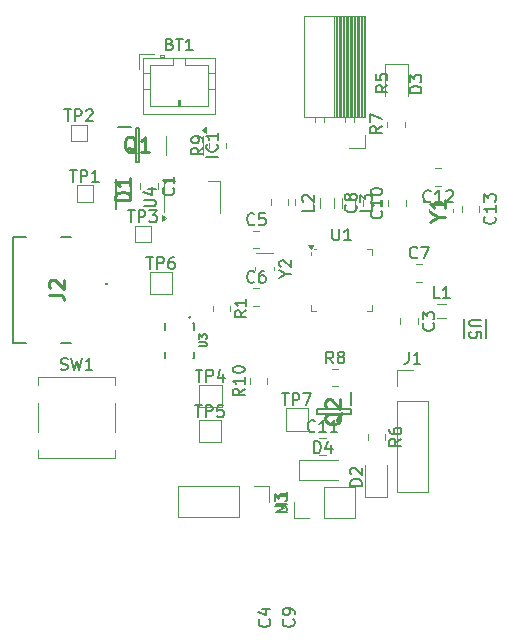
<source format=gbr>
%TF.GenerationSoftware,KiCad,Pcbnew,8.0.3*%
%TF.CreationDate,2025-03-04T10:01:38-06:00*%
%TF.ProjectId,wearable_v2_nrf,77656172-6162-46c6-955f-76325f6e7266,rev?*%
%TF.SameCoordinates,Original*%
%TF.FileFunction,Legend,Top*%
%TF.FilePolarity,Positive*%
%FSLAX46Y46*%
G04 Gerber Fmt 4.6, Leading zero omitted, Abs format (unit mm)*
G04 Created by KiCad (PCBNEW 8.0.3) date 2025-03-04 10:01:38*
%MOMM*%
%LPD*%
G01*
G04 APERTURE LIST*
%ADD10C,0.150000*%
%ADD11C,0.254000*%
%ADD12C,0.120000*%
%ADD13C,0.200000*%
%ADD14C,0.100000*%
%ADD15C,0.127000*%
%ADD16C,0.152400*%
G04 APERTURE END LIST*
D10*
X122489580Y-62217857D02*
X122537200Y-62265476D01*
X122537200Y-62265476D02*
X122584819Y-62408333D01*
X122584819Y-62408333D02*
X122584819Y-62503571D01*
X122584819Y-62503571D02*
X122537200Y-62646428D01*
X122537200Y-62646428D02*
X122441961Y-62741666D01*
X122441961Y-62741666D02*
X122346723Y-62789285D01*
X122346723Y-62789285D02*
X122156247Y-62836904D01*
X122156247Y-62836904D02*
X122013390Y-62836904D01*
X122013390Y-62836904D02*
X121822914Y-62789285D01*
X121822914Y-62789285D02*
X121727676Y-62741666D01*
X121727676Y-62741666D02*
X121632438Y-62646428D01*
X121632438Y-62646428D02*
X121584819Y-62503571D01*
X121584819Y-62503571D02*
X121584819Y-62408333D01*
X121584819Y-62408333D02*
X121632438Y-62265476D01*
X121632438Y-62265476D02*
X121680057Y-62217857D01*
X122584819Y-61265476D02*
X122584819Y-61836904D01*
X122584819Y-61551190D02*
X121584819Y-61551190D01*
X121584819Y-61551190D02*
X121727676Y-61646428D01*
X121727676Y-61646428D02*
X121822914Y-61741666D01*
X121822914Y-61741666D02*
X121870533Y-61836904D01*
X121584819Y-60932142D02*
X121584819Y-60313095D01*
X121584819Y-60313095D02*
X121965771Y-60646428D01*
X121965771Y-60646428D02*
X121965771Y-60503571D01*
X121965771Y-60503571D02*
X122013390Y-60408333D01*
X122013390Y-60408333D02*
X122061009Y-60360714D01*
X122061009Y-60360714D02*
X122156247Y-60313095D01*
X122156247Y-60313095D02*
X122394342Y-60313095D01*
X122394342Y-60313095D02*
X122489580Y-60360714D01*
X122489580Y-60360714D02*
X122537200Y-60408333D01*
X122537200Y-60408333D02*
X122584819Y-60503571D01*
X122584819Y-60503571D02*
X122584819Y-60789285D01*
X122584819Y-60789285D02*
X122537200Y-60884523D01*
X122537200Y-60884523D02*
X122489580Y-60932142D01*
X113424819Y-51061666D02*
X112948628Y-51394999D01*
X113424819Y-51633094D02*
X112424819Y-51633094D01*
X112424819Y-51633094D02*
X112424819Y-51252142D01*
X112424819Y-51252142D02*
X112472438Y-51156904D01*
X112472438Y-51156904D02*
X112520057Y-51109285D01*
X112520057Y-51109285D02*
X112615295Y-51061666D01*
X112615295Y-51061666D02*
X112758152Y-51061666D01*
X112758152Y-51061666D02*
X112853390Y-51109285D01*
X112853390Y-51109285D02*
X112901009Y-51156904D01*
X112901009Y-51156904D02*
X112948628Y-51252142D01*
X112948628Y-51252142D02*
X112948628Y-51633094D01*
X112424819Y-50156904D02*
X112424819Y-50633094D01*
X112424819Y-50633094D02*
X112901009Y-50680713D01*
X112901009Y-50680713D02*
X112853390Y-50633094D01*
X112853390Y-50633094D02*
X112805771Y-50537856D01*
X112805771Y-50537856D02*
X112805771Y-50299761D01*
X112805771Y-50299761D02*
X112853390Y-50204523D01*
X112853390Y-50204523D02*
X112901009Y-50156904D01*
X112901009Y-50156904D02*
X112996247Y-50109285D01*
X112996247Y-50109285D02*
X113234342Y-50109285D01*
X113234342Y-50109285D02*
X113329580Y-50156904D01*
X113329580Y-50156904D02*
X113377200Y-50204523D01*
X113377200Y-50204523D02*
X113424819Y-50299761D01*
X113424819Y-50299761D02*
X113424819Y-50537856D01*
X113424819Y-50537856D02*
X113377200Y-50633094D01*
X113377200Y-50633094D02*
X113329580Y-50680713D01*
X94989285Y-47606009D02*
X95132142Y-47653628D01*
X95132142Y-47653628D02*
X95179761Y-47701247D01*
X95179761Y-47701247D02*
X95227380Y-47796485D01*
X95227380Y-47796485D02*
X95227380Y-47939342D01*
X95227380Y-47939342D02*
X95179761Y-48034580D01*
X95179761Y-48034580D02*
X95132142Y-48082200D01*
X95132142Y-48082200D02*
X95036904Y-48129819D01*
X95036904Y-48129819D02*
X94655952Y-48129819D01*
X94655952Y-48129819D02*
X94655952Y-47129819D01*
X94655952Y-47129819D02*
X94989285Y-47129819D01*
X94989285Y-47129819D02*
X95084523Y-47177438D01*
X95084523Y-47177438D02*
X95132142Y-47225057D01*
X95132142Y-47225057D02*
X95179761Y-47320295D01*
X95179761Y-47320295D02*
X95179761Y-47415533D01*
X95179761Y-47415533D02*
X95132142Y-47510771D01*
X95132142Y-47510771D02*
X95084523Y-47558390D01*
X95084523Y-47558390D02*
X94989285Y-47606009D01*
X94989285Y-47606009D02*
X94655952Y-47606009D01*
X95513095Y-47129819D02*
X96084523Y-47129819D01*
X95798809Y-48129819D02*
X95798809Y-47129819D01*
X96941666Y-48129819D02*
X96370238Y-48129819D01*
X96655952Y-48129819D02*
X96655952Y-47129819D01*
X96655952Y-47129819D02*
X96560714Y-47272676D01*
X96560714Y-47272676D02*
X96465476Y-47367914D01*
X96465476Y-47367914D02*
X96370238Y-47415533D01*
X110729580Y-61216666D02*
X110777200Y-61264285D01*
X110777200Y-61264285D02*
X110824819Y-61407142D01*
X110824819Y-61407142D02*
X110824819Y-61502380D01*
X110824819Y-61502380D02*
X110777200Y-61645237D01*
X110777200Y-61645237D02*
X110681961Y-61740475D01*
X110681961Y-61740475D02*
X110586723Y-61788094D01*
X110586723Y-61788094D02*
X110396247Y-61835713D01*
X110396247Y-61835713D02*
X110253390Y-61835713D01*
X110253390Y-61835713D02*
X110062914Y-61788094D01*
X110062914Y-61788094D02*
X109967676Y-61740475D01*
X109967676Y-61740475D02*
X109872438Y-61645237D01*
X109872438Y-61645237D02*
X109824819Y-61502380D01*
X109824819Y-61502380D02*
X109824819Y-61407142D01*
X109824819Y-61407142D02*
X109872438Y-61264285D01*
X109872438Y-61264285D02*
X109920057Y-61216666D01*
X110253390Y-60645237D02*
X110205771Y-60740475D01*
X110205771Y-60740475D02*
X110158152Y-60788094D01*
X110158152Y-60788094D02*
X110062914Y-60835713D01*
X110062914Y-60835713D02*
X110015295Y-60835713D01*
X110015295Y-60835713D02*
X109920057Y-60788094D01*
X109920057Y-60788094D02*
X109872438Y-60740475D01*
X109872438Y-60740475D02*
X109824819Y-60645237D01*
X109824819Y-60645237D02*
X109824819Y-60454761D01*
X109824819Y-60454761D02*
X109872438Y-60359523D01*
X109872438Y-60359523D02*
X109920057Y-60311904D01*
X109920057Y-60311904D02*
X110015295Y-60264285D01*
X110015295Y-60264285D02*
X110062914Y-60264285D01*
X110062914Y-60264285D02*
X110158152Y-60311904D01*
X110158152Y-60311904D02*
X110205771Y-60359523D01*
X110205771Y-60359523D02*
X110253390Y-60454761D01*
X110253390Y-60454761D02*
X110253390Y-60645237D01*
X110253390Y-60645237D02*
X110301009Y-60740475D01*
X110301009Y-60740475D02*
X110348628Y-60788094D01*
X110348628Y-60788094D02*
X110443866Y-60835713D01*
X110443866Y-60835713D02*
X110634342Y-60835713D01*
X110634342Y-60835713D02*
X110729580Y-60788094D01*
X110729580Y-60788094D02*
X110777200Y-60740475D01*
X110777200Y-60740475D02*
X110824819Y-60645237D01*
X110824819Y-60645237D02*
X110824819Y-60454761D01*
X110824819Y-60454761D02*
X110777200Y-60359523D01*
X110777200Y-60359523D02*
X110729580Y-60311904D01*
X110729580Y-60311904D02*
X110634342Y-60264285D01*
X110634342Y-60264285D02*
X110443866Y-60264285D01*
X110443866Y-60264285D02*
X110348628Y-60311904D01*
X110348628Y-60311904D02*
X110301009Y-60359523D01*
X110301009Y-60359523D02*
X110253390Y-60454761D01*
X85766667Y-75132200D02*
X85909524Y-75179819D01*
X85909524Y-75179819D02*
X86147619Y-75179819D01*
X86147619Y-75179819D02*
X86242857Y-75132200D01*
X86242857Y-75132200D02*
X86290476Y-75084580D01*
X86290476Y-75084580D02*
X86338095Y-74989342D01*
X86338095Y-74989342D02*
X86338095Y-74894104D01*
X86338095Y-74894104D02*
X86290476Y-74798866D01*
X86290476Y-74798866D02*
X86242857Y-74751247D01*
X86242857Y-74751247D02*
X86147619Y-74703628D01*
X86147619Y-74703628D02*
X85957143Y-74656009D01*
X85957143Y-74656009D02*
X85861905Y-74608390D01*
X85861905Y-74608390D02*
X85814286Y-74560771D01*
X85814286Y-74560771D02*
X85766667Y-74465533D01*
X85766667Y-74465533D02*
X85766667Y-74370295D01*
X85766667Y-74370295D02*
X85814286Y-74275057D01*
X85814286Y-74275057D02*
X85861905Y-74227438D01*
X85861905Y-74227438D02*
X85957143Y-74179819D01*
X85957143Y-74179819D02*
X86195238Y-74179819D01*
X86195238Y-74179819D02*
X86338095Y-74227438D01*
X86671429Y-74179819D02*
X86909524Y-75179819D01*
X86909524Y-75179819D02*
X87100000Y-74465533D01*
X87100000Y-74465533D02*
X87290476Y-75179819D01*
X87290476Y-75179819D02*
X87528572Y-74179819D01*
X88433333Y-75179819D02*
X87861905Y-75179819D01*
X88147619Y-75179819D02*
X88147619Y-74179819D01*
X88147619Y-74179819D02*
X88052381Y-74322676D01*
X88052381Y-74322676D02*
X87957143Y-74417914D01*
X87957143Y-74417914D02*
X87861905Y-74465533D01*
X107204819Y-61216666D02*
X107204819Y-61692856D01*
X107204819Y-61692856D02*
X106204819Y-61692856D01*
X106300057Y-60930951D02*
X106252438Y-60883332D01*
X106252438Y-60883332D02*
X106204819Y-60788094D01*
X106204819Y-60788094D02*
X106204819Y-60549999D01*
X106204819Y-60549999D02*
X106252438Y-60454761D01*
X106252438Y-60454761D02*
X106300057Y-60407142D01*
X106300057Y-60407142D02*
X106395295Y-60359523D01*
X106395295Y-60359523D02*
X106490533Y-60359523D01*
X106490533Y-60359523D02*
X106633390Y-60407142D01*
X106633390Y-60407142D02*
X107204819Y-60978570D01*
X107204819Y-60978570D02*
X107204819Y-60359523D01*
X108833333Y-74629819D02*
X108500000Y-74153628D01*
X108261905Y-74629819D02*
X108261905Y-73629819D01*
X108261905Y-73629819D02*
X108642857Y-73629819D01*
X108642857Y-73629819D02*
X108738095Y-73677438D01*
X108738095Y-73677438D02*
X108785714Y-73725057D01*
X108785714Y-73725057D02*
X108833333Y-73820295D01*
X108833333Y-73820295D02*
X108833333Y-73963152D01*
X108833333Y-73963152D02*
X108785714Y-74058390D01*
X108785714Y-74058390D02*
X108738095Y-74106009D01*
X108738095Y-74106009D02*
X108642857Y-74153628D01*
X108642857Y-74153628D02*
X108261905Y-74153628D01*
X109404762Y-74058390D02*
X109309524Y-74010771D01*
X109309524Y-74010771D02*
X109261905Y-73963152D01*
X109261905Y-73963152D02*
X109214286Y-73867914D01*
X109214286Y-73867914D02*
X109214286Y-73820295D01*
X109214286Y-73820295D02*
X109261905Y-73725057D01*
X109261905Y-73725057D02*
X109309524Y-73677438D01*
X109309524Y-73677438D02*
X109404762Y-73629819D01*
X109404762Y-73629819D02*
X109595238Y-73629819D01*
X109595238Y-73629819D02*
X109690476Y-73677438D01*
X109690476Y-73677438D02*
X109738095Y-73725057D01*
X109738095Y-73725057D02*
X109785714Y-73820295D01*
X109785714Y-73820295D02*
X109785714Y-73867914D01*
X109785714Y-73867914D02*
X109738095Y-73963152D01*
X109738095Y-73963152D02*
X109690476Y-74010771D01*
X109690476Y-74010771D02*
X109595238Y-74058390D01*
X109595238Y-74058390D02*
X109404762Y-74058390D01*
X109404762Y-74058390D02*
X109309524Y-74106009D01*
X109309524Y-74106009D02*
X109261905Y-74153628D01*
X109261905Y-74153628D02*
X109214286Y-74248866D01*
X109214286Y-74248866D02*
X109214286Y-74439342D01*
X109214286Y-74439342D02*
X109261905Y-74534580D01*
X109261905Y-74534580D02*
X109309524Y-74582200D01*
X109309524Y-74582200D02*
X109404762Y-74629819D01*
X109404762Y-74629819D02*
X109595238Y-74629819D01*
X109595238Y-74629819D02*
X109690476Y-74582200D01*
X109690476Y-74582200D02*
X109738095Y-74534580D01*
X109738095Y-74534580D02*
X109785714Y-74439342D01*
X109785714Y-74439342D02*
X109785714Y-74248866D01*
X109785714Y-74248866D02*
X109738095Y-74153628D01*
X109738095Y-74153628D02*
X109690476Y-74106009D01*
X109690476Y-74106009D02*
X109595238Y-74058390D01*
X105464580Y-96316666D02*
X105512200Y-96364285D01*
X105512200Y-96364285D02*
X105559819Y-96507142D01*
X105559819Y-96507142D02*
X105559819Y-96602380D01*
X105559819Y-96602380D02*
X105512200Y-96745237D01*
X105512200Y-96745237D02*
X105416961Y-96840475D01*
X105416961Y-96840475D02*
X105321723Y-96888094D01*
X105321723Y-96888094D02*
X105131247Y-96935713D01*
X105131247Y-96935713D02*
X104988390Y-96935713D01*
X104988390Y-96935713D02*
X104797914Y-96888094D01*
X104797914Y-96888094D02*
X104702676Y-96840475D01*
X104702676Y-96840475D02*
X104607438Y-96745237D01*
X104607438Y-96745237D02*
X104559819Y-96602380D01*
X104559819Y-96602380D02*
X104559819Y-96507142D01*
X104559819Y-96507142D02*
X104607438Y-96364285D01*
X104607438Y-96364285D02*
X104655057Y-96316666D01*
X105559819Y-95840475D02*
X105559819Y-95649999D01*
X105559819Y-95649999D02*
X105512200Y-95554761D01*
X105512200Y-95554761D02*
X105464580Y-95507142D01*
X105464580Y-95507142D02*
X105321723Y-95411904D01*
X105321723Y-95411904D02*
X105131247Y-95364285D01*
X105131247Y-95364285D02*
X104750295Y-95364285D01*
X104750295Y-95364285D02*
X104655057Y-95411904D01*
X104655057Y-95411904D02*
X104607438Y-95459523D01*
X104607438Y-95459523D02*
X104559819Y-95554761D01*
X104559819Y-95554761D02*
X104559819Y-95745237D01*
X104559819Y-95745237D02*
X104607438Y-95840475D01*
X104607438Y-95840475D02*
X104655057Y-95888094D01*
X104655057Y-95888094D02*
X104750295Y-95935713D01*
X104750295Y-95935713D02*
X104988390Y-95935713D01*
X104988390Y-95935713D02*
X105083628Y-95888094D01*
X105083628Y-95888094D02*
X105131247Y-95840475D01*
X105131247Y-95840475D02*
X105178866Y-95745237D01*
X105178866Y-95745237D02*
X105178866Y-95554761D01*
X105178866Y-95554761D02*
X105131247Y-95459523D01*
X105131247Y-95459523D02*
X105083628Y-95411904D01*
X105083628Y-95411904D02*
X104988390Y-95364285D01*
X103414580Y-96316666D02*
X103462200Y-96364285D01*
X103462200Y-96364285D02*
X103509819Y-96507142D01*
X103509819Y-96507142D02*
X103509819Y-96602380D01*
X103509819Y-96602380D02*
X103462200Y-96745237D01*
X103462200Y-96745237D02*
X103366961Y-96840475D01*
X103366961Y-96840475D02*
X103271723Y-96888094D01*
X103271723Y-96888094D02*
X103081247Y-96935713D01*
X103081247Y-96935713D02*
X102938390Y-96935713D01*
X102938390Y-96935713D02*
X102747914Y-96888094D01*
X102747914Y-96888094D02*
X102652676Y-96840475D01*
X102652676Y-96840475D02*
X102557438Y-96745237D01*
X102557438Y-96745237D02*
X102509819Y-96602380D01*
X102509819Y-96602380D02*
X102509819Y-96507142D01*
X102509819Y-96507142D02*
X102557438Y-96364285D01*
X102557438Y-96364285D02*
X102605057Y-96316666D01*
X102843152Y-95459523D02*
X103509819Y-95459523D01*
X102462200Y-95697618D02*
X103176485Y-95935713D01*
X103176485Y-95935713D02*
X103176485Y-95316666D01*
X111254819Y-84988094D02*
X110254819Y-84988094D01*
X110254819Y-84988094D02*
X110254819Y-84749999D01*
X110254819Y-84749999D02*
X110302438Y-84607142D01*
X110302438Y-84607142D02*
X110397676Y-84511904D01*
X110397676Y-84511904D02*
X110492914Y-84464285D01*
X110492914Y-84464285D02*
X110683390Y-84416666D01*
X110683390Y-84416666D02*
X110826247Y-84416666D01*
X110826247Y-84416666D02*
X111016723Y-84464285D01*
X111016723Y-84464285D02*
X111111961Y-84511904D01*
X111111961Y-84511904D02*
X111207200Y-84607142D01*
X111207200Y-84607142D02*
X111254819Y-84749999D01*
X111254819Y-84749999D02*
X111254819Y-84988094D01*
X110350057Y-84035713D02*
X110302438Y-83988094D01*
X110302438Y-83988094D02*
X110254819Y-83892856D01*
X110254819Y-83892856D02*
X110254819Y-83654761D01*
X110254819Y-83654761D02*
X110302438Y-83559523D01*
X110302438Y-83559523D02*
X110350057Y-83511904D01*
X110350057Y-83511904D02*
X110445295Y-83464285D01*
X110445295Y-83464285D02*
X110540533Y-83464285D01*
X110540533Y-83464285D02*
X110683390Y-83511904D01*
X110683390Y-83511904D02*
X111254819Y-84083332D01*
X111254819Y-84083332D02*
X111254819Y-83464285D01*
X114579819Y-81029166D02*
X114103628Y-81362499D01*
X114579819Y-81600594D02*
X113579819Y-81600594D01*
X113579819Y-81600594D02*
X113579819Y-81219642D01*
X113579819Y-81219642D02*
X113627438Y-81124404D01*
X113627438Y-81124404D02*
X113675057Y-81076785D01*
X113675057Y-81076785D02*
X113770295Y-81029166D01*
X113770295Y-81029166D02*
X113913152Y-81029166D01*
X113913152Y-81029166D02*
X114008390Y-81076785D01*
X114008390Y-81076785D02*
X114056009Y-81124404D01*
X114056009Y-81124404D02*
X114103628Y-81219642D01*
X114103628Y-81219642D02*
X114103628Y-81600594D01*
X113579819Y-80172023D02*
X113579819Y-80362499D01*
X113579819Y-80362499D02*
X113627438Y-80457737D01*
X113627438Y-80457737D02*
X113675057Y-80505356D01*
X113675057Y-80505356D02*
X113817914Y-80600594D01*
X113817914Y-80600594D02*
X114008390Y-80648213D01*
X114008390Y-80648213D02*
X114389342Y-80648213D01*
X114389342Y-80648213D02*
X114484580Y-80600594D01*
X114484580Y-80600594D02*
X114532200Y-80552975D01*
X114532200Y-80552975D02*
X114579819Y-80457737D01*
X114579819Y-80457737D02*
X114579819Y-80267261D01*
X114579819Y-80267261D02*
X114532200Y-80172023D01*
X114532200Y-80172023D02*
X114484580Y-80124404D01*
X114484580Y-80124404D02*
X114389342Y-80076785D01*
X114389342Y-80076785D02*
X114151247Y-80076785D01*
X114151247Y-80076785D02*
X114056009Y-80124404D01*
X114056009Y-80124404D02*
X114008390Y-80172023D01*
X114008390Y-80172023D02*
X113960771Y-80267261D01*
X113960771Y-80267261D02*
X113960771Y-80457737D01*
X113960771Y-80457737D02*
X114008390Y-80552975D01*
X114008390Y-80552975D02*
X114056009Y-80600594D01*
X114056009Y-80600594D02*
X114151247Y-80648213D01*
X116304819Y-51725594D02*
X115304819Y-51725594D01*
X115304819Y-51725594D02*
X115304819Y-51487499D01*
X115304819Y-51487499D02*
X115352438Y-51344642D01*
X115352438Y-51344642D02*
X115447676Y-51249404D01*
X115447676Y-51249404D02*
X115542914Y-51201785D01*
X115542914Y-51201785D02*
X115733390Y-51154166D01*
X115733390Y-51154166D02*
X115876247Y-51154166D01*
X115876247Y-51154166D02*
X116066723Y-51201785D01*
X116066723Y-51201785D02*
X116161961Y-51249404D01*
X116161961Y-51249404D02*
X116257200Y-51344642D01*
X116257200Y-51344642D02*
X116304819Y-51487499D01*
X116304819Y-51487499D02*
X116304819Y-51725594D01*
X115304819Y-50820832D02*
X115304819Y-50201785D01*
X115304819Y-50201785D02*
X115685771Y-50535118D01*
X115685771Y-50535118D02*
X115685771Y-50392261D01*
X115685771Y-50392261D02*
X115733390Y-50297023D01*
X115733390Y-50297023D02*
X115781009Y-50249404D01*
X115781009Y-50249404D02*
X115876247Y-50201785D01*
X115876247Y-50201785D02*
X116114342Y-50201785D01*
X116114342Y-50201785D02*
X116209580Y-50249404D01*
X116209580Y-50249404D02*
X116257200Y-50297023D01*
X116257200Y-50297023D02*
X116304819Y-50392261D01*
X116304819Y-50392261D02*
X116304819Y-50677975D01*
X116304819Y-50677975D02*
X116257200Y-50773213D01*
X116257200Y-50773213D02*
X116209580Y-50820832D01*
X97138095Y-78181819D02*
X97709523Y-78181819D01*
X97423809Y-79181819D02*
X97423809Y-78181819D01*
X98042857Y-79181819D02*
X98042857Y-78181819D01*
X98042857Y-78181819D02*
X98423809Y-78181819D01*
X98423809Y-78181819D02*
X98519047Y-78229438D01*
X98519047Y-78229438D02*
X98566666Y-78277057D01*
X98566666Y-78277057D02*
X98614285Y-78372295D01*
X98614285Y-78372295D02*
X98614285Y-78515152D01*
X98614285Y-78515152D02*
X98566666Y-78610390D01*
X98566666Y-78610390D02*
X98519047Y-78658009D01*
X98519047Y-78658009D02*
X98423809Y-78705628D01*
X98423809Y-78705628D02*
X98042857Y-78705628D01*
X99519047Y-78181819D02*
X99042857Y-78181819D01*
X99042857Y-78181819D02*
X98995238Y-78658009D01*
X98995238Y-78658009D02*
X99042857Y-78610390D01*
X99042857Y-78610390D02*
X99138095Y-78562771D01*
X99138095Y-78562771D02*
X99376190Y-78562771D01*
X99376190Y-78562771D02*
X99471428Y-78610390D01*
X99471428Y-78610390D02*
X99519047Y-78658009D01*
X99519047Y-78658009D02*
X99566666Y-78753247D01*
X99566666Y-78753247D02*
X99566666Y-78991342D01*
X99566666Y-78991342D02*
X99519047Y-79086580D01*
X99519047Y-79086580D02*
X99471428Y-79134200D01*
X99471428Y-79134200D02*
X99376190Y-79181819D01*
X99376190Y-79181819D02*
X99138095Y-79181819D01*
X99138095Y-79181819D02*
X99042857Y-79134200D01*
X99042857Y-79134200D02*
X98995238Y-79086580D01*
X101479819Y-70154166D02*
X101003628Y-70487499D01*
X101479819Y-70725594D02*
X100479819Y-70725594D01*
X100479819Y-70725594D02*
X100479819Y-70344642D01*
X100479819Y-70344642D02*
X100527438Y-70249404D01*
X100527438Y-70249404D02*
X100575057Y-70201785D01*
X100575057Y-70201785D02*
X100670295Y-70154166D01*
X100670295Y-70154166D02*
X100813152Y-70154166D01*
X100813152Y-70154166D02*
X100908390Y-70201785D01*
X100908390Y-70201785D02*
X100956009Y-70249404D01*
X100956009Y-70249404D02*
X101003628Y-70344642D01*
X101003628Y-70344642D02*
X101003628Y-70725594D01*
X101479819Y-69201785D02*
X101479819Y-69773213D01*
X101479819Y-69487499D02*
X100479819Y-69487499D01*
X100479819Y-69487499D02*
X100622676Y-69582737D01*
X100622676Y-69582737D02*
X100717914Y-69677975D01*
X100717914Y-69677975D02*
X100765533Y-69773213D01*
X95289580Y-59766666D02*
X95337200Y-59814285D01*
X95337200Y-59814285D02*
X95384819Y-59957142D01*
X95384819Y-59957142D02*
X95384819Y-60052380D01*
X95384819Y-60052380D02*
X95337200Y-60195237D01*
X95337200Y-60195237D02*
X95241961Y-60290475D01*
X95241961Y-60290475D02*
X95146723Y-60338094D01*
X95146723Y-60338094D02*
X94956247Y-60385713D01*
X94956247Y-60385713D02*
X94813390Y-60385713D01*
X94813390Y-60385713D02*
X94622914Y-60338094D01*
X94622914Y-60338094D02*
X94527676Y-60290475D01*
X94527676Y-60290475D02*
X94432438Y-60195237D01*
X94432438Y-60195237D02*
X94384819Y-60052380D01*
X94384819Y-60052380D02*
X94384819Y-59957142D01*
X94384819Y-59957142D02*
X94432438Y-59814285D01*
X94432438Y-59814285D02*
X94480057Y-59766666D01*
X95384819Y-58814285D02*
X95384819Y-59385713D01*
X95384819Y-59099999D02*
X94384819Y-59099999D01*
X94384819Y-59099999D02*
X94527676Y-59195237D01*
X94527676Y-59195237D02*
X94622914Y-59290475D01*
X94622914Y-59290475D02*
X94670533Y-59385713D01*
X104803628Y-67076190D02*
X105279819Y-67076190D01*
X104279819Y-67409523D02*
X104803628Y-67076190D01*
X104803628Y-67076190D02*
X104279819Y-66742857D01*
X104375057Y-66457142D02*
X104327438Y-66409523D01*
X104327438Y-66409523D02*
X104279819Y-66314285D01*
X104279819Y-66314285D02*
X104279819Y-66076190D01*
X104279819Y-66076190D02*
X104327438Y-65980952D01*
X104327438Y-65980952D02*
X104375057Y-65933333D01*
X104375057Y-65933333D02*
X104470295Y-65885714D01*
X104470295Y-65885714D02*
X104565533Y-65885714D01*
X104565533Y-65885714D02*
X104708390Y-65933333D01*
X104708390Y-65933333D02*
X105279819Y-66504761D01*
X105279819Y-66504761D02*
X105279819Y-65885714D01*
X104949819Y-87209523D02*
X103949819Y-87209523D01*
X103949819Y-87209523D02*
X104664104Y-86876190D01*
X104664104Y-86876190D02*
X103949819Y-86542857D01*
X103949819Y-86542857D02*
X104949819Y-86542857D01*
X104949819Y-85542857D02*
X104949819Y-86114285D01*
X104949819Y-85828571D02*
X103949819Y-85828571D01*
X103949819Y-85828571D02*
X104092676Y-85923809D01*
X104092676Y-85923809D02*
X104187914Y-86019047D01*
X104187914Y-86019047D02*
X104235533Y-86114285D01*
X115216666Y-73669819D02*
X115216666Y-74384104D01*
X115216666Y-74384104D02*
X115169047Y-74526961D01*
X115169047Y-74526961D02*
X115073809Y-74622200D01*
X115073809Y-74622200D02*
X114930952Y-74669819D01*
X114930952Y-74669819D02*
X114835714Y-74669819D01*
X116216666Y-74669819D02*
X115645238Y-74669819D01*
X115930952Y-74669819D02*
X115930952Y-73669819D01*
X115930952Y-73669819D02*
X115835714Y-73812676D01*
X115835714Y-73812676D02*
X115740476Y-73907914D01*
X115740476Y-73907914D02*
X115645238Y-73955533D01*
X93013095Y-65631819D02*
X93584523Y-65631819D01*
X93298809Y-66631819D02*
X93298809Y-65631819D01*
X93917857Y-66631819D02*
X93917857Y-65631819D01*
X93917857Y-65631819D02*
X94298809Y-65631819D01*
X94298809Y-65631819D02*
X94394047Y-65679438D01*
X94394047Y-65679438D02*
X94441666Y-65727057D01*
X94441666Y-65727057D02*
X94489285Y-65822295D01*
X94489285Y-65822295D02*
X94489285Y-65965152D01*
X94489285Y-65965152D02*
X94441666Y-66060390D01*
X94441666Y-66060390D02*
X94394047Y-66108009D01*
X94394047Y-66108009D02*
X94298809Y-66155628D01*
X94298809Y-66155628D02*
X93917857Y-66155628D01*
X95346428Y-65631819D02*
X95155952Y-65631819D01*
X95155952Y-65631819D02*
X95060714Y-65679438D01*
X95060714Y-65679438D02*
X95013095Y-65727057D01*
X95013095Y-65727057D02*
X94917857Y-65869914D01*
X94917857Y-65869914D02*
X94870238Y-66060390D01*
X94870238Y-66060390D02*
X94870238Y-66441342D01*
X94870238Y-66441342D02*
X94917857Y-66536580D01*
X94917857Y-66536580D02*
X94965476Y-66584200D01*
X94965476Y-66584200D02*
X95060714Y-66631819D01*
X95060714Y-66631819D02*
X95251190Y-66631819D01*
X95251190Y-66631819D02*
X95346428Y-66584200D01*
X95346428Y-66584200D02*
X95394047Y-66536580D01*
X95394047Y-66536580D02*
X95441666Y-66441342D01*
X95441666Y-66441342D02*
X95441666Y-66203247D01*
X95441666Y-66203247D02*
X95394047Y-66108009D01*
X95394047Y-66108009D02*
X95346428Y-66060390D01*
X95346428Y-66060390D02*
X95251190Y-66012771D01*
X95251190Y-66012771D02*
X95060714Y-66012771D01*
X95060714Y-66012771D02*
X94965476Y-66060390D01*
X94965476Y-66060390D02*
X94917857Y-66108009D01*
X94917857Y-66108009D02*
X94870238Y-66203247D01*
X112104819Y-61216666D02*
X112104819Y-61692856D01*
X112104819Y-61692856D02*
X111104819Y-61692856D01*
X111104819Y-60978570D02*
X111104819Y-60359523D01*
X111104819Y-60359523D02*
X111485771Y-60692856D01*
X111485771Y-60692856D02*
X111485771Y-60549999D01*
X111485771Y-60549999D02*
X111533390Y-60454761D01*
X111533390Y-60454761D02*
X111581009Y-60407142D01*
X111581009Y-60407142D02*
X111676247Y-60359523D01*
X111676247Y-60359523D02*
X111914342Y-60359523D01*
X111914342Y-60359523D02*
X112009580Y-60407142D01*
X112009580Y-60407142D02*
X112057200Y-60454761D01*
X112057200Y-60454761D02*
X112104819Y-60549999D01*
X112104819Y-60549999D02*
X112104819Y-60835713D01*
X112104819Y-60835713D02*
X112057200Y-60930951D01*
X112057200Y-60930951D02*
X112009580Y-60978570D01*
X102158333Y-67704580D02*
X102110714Y-67752200D01*
X102110714Y-67752200D02*
X101967857Y-67799819D01*
X101967857Y-67799819D02*
X101872619Y-67799819D01*
X101872619Y-67799819D02*
X101729762Y-67752200D01*
X101729762Y-67752200D02*
X101634524Y-67656961D01*
X101634524Y-67656961D02*
X101586905Y-67561723D01*
X101586905Y-67561723D02*
X101539286Y-67371247D01*
X101539286Y-67371247D02*
X101539286Y-67228390D01*
X101539286Y-67228390D02*
X101586905Y-67037914D01*
X101586905Y-67037914D02*
X101634524Y-66942676D01*
X101634524Y-66942676D02*
X101729762Y-66847438D01*
X101729762Y-66847438D02*
X101872619Y-66799819D01*
X101872619Y-66799819D02*
X101967857Y-66799819D01*
X101967857Y-66799819D02*
X102110714Y-66847438D01*
X102110714Y-66847438D02*
X102158333Y-66895057D01*
X103015476Y-66799819D02*
X102825000Y-66799819D01*
X102825000Y-66799819D02*
X102729762Y-66847438D01*
X102729762Y-66847438D02*
X102682143Y-66895057D01*
X102682143Y-66895057D02*
X102586905Y-67037914D01*
X102586905Y-67037914D02*
X102539286Y-67228390D01*
X102539286Y-67228390D02*
X102539286Y-67609342D01*
X102539286Y-67609342D02*
X102586905Y-67704580D01*
X102586905Y-67704580D02*
X102634524Y-67752200D01*
X102634524Y-67752200D02*
X102729762Y-67799819D01*
X102729762Y-67799819D02*
X102920238Y-67799819D01*
X102920238Y-67799819D02*
X103015476Y-67752200D01*
X103015476Y-67752200D02*
X103063095Y-67704580D01*
X103063095Y-67704580D02*
X103110714Y-67609342D01*
X103110714Y-67609342D02*
X103110714Y-67371247D01*
X103110714Y-67371247D02*
X103063095Y-67276009D01*
X103063095Y-67276009D02*
X103015476Y-67228390D01*
X103015476Y-67228390D02*
X102920238Y-67180771D01*
X102920238Y-67180771D02*
X102729762Y-67180771D01*
X102729762Y-67180771D02*
X102634524Y-67228390D01*
X102634524Y-67228390D02*
X102586905Y-67276009D01*
X102586905Y-67276009D02*
X102539286Y-67371247D01*
X115933333Y-65654580D02*
X115885714Y-65702200D01*
X115885714Y-65702200D02*
X115742857Y-65749819D01*
X115742857Y-65749819D02*
X115647619Y-65749819D01*
X115647619Y-65749819D02*
X115504762Y-65702200D01*
X115504762Y-65702200D02*
X115409524Y-65606961D01*
X115409524Y-65606961D02*
X115361905Y-65511723D01*
X115361905Y-65511723D02*
X115314286Y-65321247D01*
X115314286Y-65321247D02*
X115314286Y-65178390D01*
X115314286Y-65178390D02*
X115361905Y-64987914D01*
X115361905Y-64987914D02*
X115409524Y-64892676D01*
X115409524Y-64892676D02*
X115504762Y-64797438D01*
X115504762Y-64797438D02*
X115647619Y-64749819D01*
X115647619Y-64749819D02*
X115742857Y-64749819D01*
X115742857Y-64749819D02*
X115885714Y-64797438D01*
X115885714Y-64797438D02*
X115933333Y-64845057D01*
X116266667Y-64749819D02*
X116933333Y-64749819D01*
X116933333Y-64749819D02*
X116504762Y-65749819D01*
D11*
X109570270Y-78820952D02*
X109509794Y-78941904D01*
X109509794Y-78941904D02*
X109388842Y-79062857D01*
X109388842Y-79062857D02*
X109207413Y-79244285D01*
X109207413Y-79244285D02*
X109146937Y-79365238D01*
X109146937Y-79365238D02*
X109146937Y-79486190D01*
X109449318Y-79425714D02*
X109388842Y-79546666D01*
X109388842Y-79546666D02*
X109267889Y-79667619D01*
X109267889Y-79667619D02*
X109025984Y-79728095D01*
X109025984Y-79728095D02*
X108602651Y-79728095D01*
X108602651Y-79728095D02*
X108360746Y-79667619D01*
X108360746Y-79667619D02*
X108239794Y-79546666D01*
X108239794Y-79546666D02*
X108179318Y-79425714D01*
X108179318Y-79425714D02*
X108179318Y-79183809D01*
X108179318Y-79183809D02*
X108239794Y-79062857D01*
X108239794Y-79062857D02*
X108360746Y-78941904D01*
X108360746Y-78941904D02*
X108602651Y-78881428D01*
X108602651Y-78881428D02*
X109025984Y-78881428D01*
X109025984Y-78881428D02*
X109267889Y-78941904D01*
X109267889Y-78941904D02*
X109388842Y-79062857D01*
X109388842Y-79062857D02*
X109449318Y-79183809D01*
X109449318Y-79183809D02*
X109449318Y-79425714D01*
X108300270Y-78397619D02*
X108239794Y-78337143D01*
X108239794Y-78337143D02*
X108179318Y-78216190D01*
X108179318Y-78216190D02*
X108179318Y-77913809D01*
X108179318Y-77913809D02*
X108239794Y-77792857D01*
X108239794Y-77792857D02*
X108300270Y-77732381D01*
X108300270Y-77732381D02*
X108421222Y-77671904D01*
X108421222Y-77671904D02*
X108542175Y-77671904D01*
X108542175Y-77671904D02*
X108723603Y-77732381D01*
X108723603Y-77732381D02*
X109449318Y-78458095D01*
X109449318Y-78458095D02*
X109449318Y-77671904D01*
D10*
X108763095Y-63229819D02*
X108763095Y-64039342D01*
X108763095Y-64039342D02*
X108810714Y-64134580D01*
X108810714Y-64134580D02*
X108858333Y-64182200D01*
X108858333Y-64182200D02*
X108953571Y-64229819D01*
X108953571Y-64229819D02*
X109144047Y-64229819D01*
X109144047Y-64229819D02*
X109239285Y-64182200D01*
X109239285Y-64182200D02*
X109286904Y-64134580D01*
X109286904Y-64134580D02*
X109334523Y-64039342D01*
X109334523Y-64039342D02*
X109334523Y-63229819D01*
X110334523Y-64229819D02*
X109763095Y-64229819D01*
X110048809Y-64229819D02*
X110048809Y-63229819D01*
X110048809Y-63229819D02*
X109953571Y-63372676D01*
X109953571Y-63372676D02*
X109858333Y-63467914D01*
X109858333Y-63467914D02*
X109763095Y-63515533D01*
X112904580Y-61717857D02*
X112952200Y-61765476D01*
X112952200Y-61765476D02*
X112999819Y-61908333D01*
X112999819Y-61908333D02*
X112999819Y-62003571D01*
X112999819Y-62003571D02*
X112952200Y-62146428D01*
X112952200Y-62146428D02*
X112856961Y-62241666D01*
X112856961Y-62241666D02*
X112761723Y-62289285D01*
X112761723Y-62289285D02*
X112571247Y-62336904D01*
X112571247Y-62336904D02*
X112428390Y-62336904D01*
X112428390Y-62336904D02*
X112237914Y-62289285D01*
X112237914Y-62289285D02*
X112142676Y-62241666D01*
X112142676Y-62241666D02*
X112047438Y-62146428D01*
X112047438Y-62146428D02*
X111999819Y-62003571D01*
X111999819Y-62003571D02*
X111999819Y-61908333D01*
X111999819Y-61908333D02*
X112047438Y-61765476D01*
X112047438Y-61765476D02*
X112095057Y-61717857D01*
X112999819Y-60765476D02*
X112999819Y-61336904D01*
X112999819Y-61051190D02*
X111999819Y-61051190D01*
X111999819Y-61051190D02*
X112142676Y-61146428D01*
X112142676Y-61146428D02*
X112237914Y-61241666D01*
X112237914Y-61241666D02*
X112285533Y-61336904D01*
X111999819Y-60146428D02*
X111999819Y-60051190D01*
X111999819Y-60051190D02*
X112047438Y-59955952D01*
X112047438Y-59955952D02*
X112095057Y-59908333D01*
X112095057Y-59908333D02*
X112190295Y-59860714D01*
X112190295Y-59860714D02*
X112380771Y-59813095D01*
X112380771Y-59813095D02*
X112618866Y-59813095D01*
X112618866Y-59813095D02*
X112809342Y-59860714D01*
X112809342Y-59860714D02*
X112904580Y-59908333D01*
X112904580Y-59908333D02*
X112952200Y-59955952D01*
X112952200Y-59955952D02*
X112999819Y-60051190D01*
X112999819Y-60051190D02*
X112999819Y-60146428D01*
X112999819Y-60146428D02*
X112952200Y-60241666D01*
X112952200Y-60241666D02*
X112904580Y-60289285D01*
X112904580Y-60289285D02*
X112809342Y-60336904D01*
X112809342Y-60336904D02*
X112618866Y-60384523D01*
X112618866Y-60384523D02*
X112380771Y-60384523D01*
X112380771Y-60384523D02*
X112190295Y-60336904D01*
X112190295Y-60336904D02*
X112095057Y-60289285D01*
X112095057Y-60289285D02*
X112047438Y-60241666D01*
X112047438Y-60241666D02*
X111999819Y-60146428D01*
X99067319Y-57126189D02*
X98067319Y-57126189D01*
X98972080Y-56078571D02*
X99019700Y-56126190D01*
X99019700Y-56126190D02*
X99067319Y-56269047D01*
X99067319Y-56269047D02*
X99067319Y-56364285D01*
X99067319Y-56364285D02*
X99019700Y-56507142D01*
X99019700Y-56507142D02*
X98924461Y-56602380D01*
X98924461Y-56602380D02*
X98829223Y-56649999D01*
X98829223Y-56649999D02*
X98638747Y-56697618D01*
X98638747Y-56697618D02*
X98495890Y-56697618D01*
X98495890Y-56697618D02*
X98305414Y-56649999D01*
X98305414Y-56649999D02*
X98210176Y-56602380D01*
X98210176Y-56602380D02*
X98114938Y-56507142D01*
X98114938Y-56507142D02*
X98067319Y-56364285D01*
X98067319Y-56364285D02*
X98067319Y-56269047D01*
X98067319Y-56269047D02*
X98114938Y-56126190D01*
X98114938Y-56126190D02*
X98162557Y-56078571D01*
X99067319Y-55126190D02*
X99067319Y-55697618D01*
X99067319Y-55411904D02*
X98067319Y-55411904D01*
X98067319Y-55411904D02*
X98210176Y-55507142D01*
X98210176Y-55507142D02*
X98305414Y-55602380D01*
X98305414Y-55602380D02*
X98353033Y-55697618D01*
D11*
X117694556Y-62279761D02*
X118299318Y-62279761D01*
X117029318Y-62703094D02*
X117694556Y-62279761D01*
X117694556Y-62279761D02*
X117029318Y-61856427D01*
X118299318Y-60767856D02*
X118299318Y-61493571D01*
X118299318Y-61130714D02*
X117029318Y-61130714D01*
X117029318Y-61130714D02*
X117210746Y-61251666D01*
X117210746Y-61251666D02*
X117331699Y-61372618D01*
X117331699Y-61372618D02*
X117392175Y-61493571D01*
D10*
X112954819Y-54554166D02*
X112478628Y-54887499D01*
X112954819Y-55125594D02*
X111954819Y-55125594D01*
X111954819Y-55125594D02*
X111954819Y-54744642D01*
X111954819Y-54744642D02*
X112002438Y-54649404D01*
X112002438Y-54649404D02*
X112050057Y-54601785D01*
X112050057Y-54601785D02*
X112145295Y-54554166D01*
X112145295Y-54554166D02*
X112288152Y-54554166D01*
X112288152Y-54554166D02*
X112383390Y-54601785D01*
X112383390Y-54601785D02*
X112431009Y-54649404D01*
X112431009Y-54649404D02*
X112478628Y-54744642D01*
X112478628Y-54744642D02*
X112478628Y-55125594D01*
X111954819Y-54220832D02*
X111954819Y-53554166D01*
X111954819Y-53554166D02*
X112954819Y-53982737D01*
D11*
X84753818Y-68823332D02*
X85660961Y-68823332D01*
X85660961Y-68823332D02*
X85842389Y-68883809D01*
X85842389Y-68883809D02*
X85963342Y-69004761D01*
X85963342Y-69004761D02*
X86023818Y-69186190D01*
X86023818Y-69186190D02*
X86023818Y-69307142D01*
X84874770Y-68279047D02*
X84814294Y-68218571D01*
X84814294Y-68218571D02*
X84753818Y-68097618D01*
X84753818Y-68097618D02*
X84753818Y-67795237D01*
X84753818Y-67795237D02*
X84814294Y-67674285D01*
X84814294Y-67674285D02*
X84874770Y-67613809D01*
X84874770Y-67613809D02*
X84995722Y-67553332D01*
X84995722Y-67553332D02*
X85116675Y-67553332D01*
X85116675Y-67553332D02*
X85298103Y-67613809D01*
X85298103Y-67613809D02*
X86023818Y-68339523D01*
X86023818Y-68339523D02*
X86023818Y-67553332D01*
D10*
X86063095Y-53131819D02*
X86634523Y-53131819D01*
X86348809Y-54131819D02*
X86348809Y-53131819D01*
X86967857Y-54131819D02*
X86967857Y-53131819D01*
X86967857Y-53131819D02*
X87348809Y-53131819D01*
X87348809Y-53131819D02*
X87444047Y-53179438D01*
X87444047Y-53179438D02*
X87491666Y-53227057D01*
X87491666Y-53227057D02*
X87539285Y-53322295D01*
X87539285Y-53322295D02*
X87539285Y-53465152D01*
X87539285Y-53465152D02*
X87491666Y-53560390D01*
X87491666Y-53560390D02*
X87444047Y-53608009D01*
X87444047Y-53608009D02*
X87348809Y-53655628D01*
X87348809Y-53655628D02*
X86967857Y-53655628D01*
X87920238Y-53227057D02*
X87967857Y-53179438D01*
X87967857Y-53179438D02*
X88063095Y-53131819D01*
X88063095Y-53131819D02*
X88301190Y-53131819D01*
X88301190Y-53131819D02*
X88396428Y-53179438D01*
X88396428Y-53179438D02*
X88444047Y-53227057D01*
X88444047Y-53227057D02*
X88491666Y-53322295D01*
X88491666Y-53322295D02*
X88491666Y-53417533D01*
X88491666Y-53417533D02*
X88444047Y-53560390D01*
X88444047Y-53560390D02*
X87872619Y-54131819D01*
X87872619Y-54131819D02*
X88491666Y-54131819D01*
X97188095Y-75181819D02*
X97759523Y-75181819D01*
X97473809Y-76181819D02*
X97473809Y-75181819D01*
X98092857Y-76181819D02*
X98092857Y-75181819D01*
X98092857Y-75181819D02*
X98473809Y-75181819D01*
X98473809Y-75181819D02*
X98569047Y-75229438D01*
X98569047Y-75229438D02*
X98616666Y-75277057D01*
X98616666Y-75277057D02*
X98664285Y-75372295D01*
X98664285Y-75372295D02*
X98664285Y-75515152D01*
X98664285Y-75515152D02*
X98616666Y-75610390D01*
X98616666Y-75610390D02*
X98569047Y-75658009D01*
X98569047Y-75658009D02*
X98473809Y-75705628D01*
X98473809Y-75705628D02*
X98092857Y-75705628D01*
X99521428Y-75515152D02*
X99521428Y-76181819D01*
X99283333Y-75134200D02*
X99045238Y-75848485D01*
X99045238Y-75848485D02*
X99664285Y-75848485D01*
X92804819Y-61336904D02*
X93614342Y-61336904D01*
X93614342Y-61336904D02*
X93709580Y-61289285D01*
X93709580Y-61289285D02*
X93757200Y-61241666D01*
X93757200Y-61241666D02*
X93804819Y-61146428D01*
X93804819Y-61146428D02*
X93804819Y-60955952D01*
X93804819Y-60955952D02*
X93757200Y-60860714D01*
X93757200Y-60860714D02*
X93709580Y-60813095D01*
X93709580Y-60813095D02*
X93614342Y-60765476D01*
X93614342Y-60765476D02*
X92804819Y-60765476D01*
X93138152Y-59860714D02*
X93804819Y-59860714D01*
X92757200Y-60098809D02*
X93471485Y-60336904D01*
X93471485Y-60336904D02*
X93471485Y-59717857D01*
D11*
X91649318Y-60837381D02*
X90379318Y-60837381D01*
X90379318Y-60837381D02*
X90379318Y-60535000D01*
X90379318Y-60535000D02*
X90439794Y-60353571D01*
X90439794Y-60353571D02*
X90560746Y-60232619D01*
X90560746Y-60232619D02*
X90681699Y-60172142D01*
X90681699Y-60172142D02*
X90923603Y-60111666D01*
X90923603Y-60111666D02*
X91105032Y-60111666D01*
X91105032Y-60111666D02*
X91346937Y-60172142D01*
X91346937Y-60172142D02*
X91467889Y-60232619D01*
X91467889Y-60232619D02*
X91588842Y-60353571D01*
X91588842Y-60353571D02*
X91649318Y-60535000D01*
X91649318Y-60535000D02*
X91649318Y-60837381D01*
X91649318Y-58902142D02*
X91649318Y-59627857D01*
X91649318Y-59265000D02*
X90379318Y-59265000D01*
X90379318Y-59265000D02*
X90560746Y-59385952D01*
X90560746Y-59385952D02*
X90681699Y-59506904D01*
X90681699Y-59506904D02*
X90742175Y-59627857D01*
D10*
X117082142Y-60889580D02*
X117034523Y-60937200D01*
X117034523Y-60937200D02*
X116891666Y-60984819D01*
X116891666Y-60984819D02*
X116796428Y-60984819D01*
X116796428Y-60984819D02*
X116653571Y-60937200D01*
X116653571Y-60937200D02*
X116558333Y-60841961D01*
X116558333Y-60841961D02*
X116510714Y-60746723D01*
X116510714Y-60746723D02*
X116463095Y-60556247D01*
X116463095Y-60556247D02*
X116463095Y-60413390D01*
X116463095Y-60413390D02*
X116510714Y-60222914D01*
X116510714Y-60222914D02*
X116558333Y-60127676D01*
X116558333Y-60127676D02*
X116653571Y-60032438D01*
X116653571Y-60032438D02*
X116796428Y-59984819D01*
X116796428Y-59984819D02*
X116891666Y-59984819D01*
X116891666Y-59984819D02*
X117034523Y-60032438D01*
X117034523Y-60032438D02*
X117082142Y-60080057D01*
X118034523Y-60984819D02*
X117463095Y-60984819D01*
X117748809Y-60984819D02*
X117748809Y-59984819D01*
X117748809Y-59984819D02*
X117653571Y-60127676D01*
X117653571Y-60127676D02*
X117558333Y-60222914D01*
X117558333Y-60222914D02*
X117463095Y-60270533D01*
X118415476Y-60080057D02*
X118463095Y-60032438D01*
X118463095Y-60032438D02*
X118558333Y-59984819D01*
X118558333Y-59984819D02*
X118796428Y-59984819D01*
X118796428Y-59984819D02*
X118891666Y-60032438D01*
X118891666Y-60032438D02*
X118939285Y-60080057D01*
X118939285Y-60080057D02*
X118986904Y-60175295D01*
X118986904Y-60175295D02*
X118986904Y-60270533D01*
X118986904Y-60270533D02*
X118939285Y-60413390D01*
X118939285Y-60413390D02*
X118367857Y-60984819D01*
X118367857Y-60984819D02*
X118986904Y-60984819D01*
X97479676Y-73192119D02*
X97997771Y-73192119D01*
X97997771Y-73192119D02*
X98058723Y-73161642D01*
X98058723Y-73161642D02*
X98089200Y-73131166D01*
X98089200Y-73131166D02*
X98119676Y-73070214D01*
X98119676Y-73070214D02*
X98119676Y-72948309D01*
X98119676Y-72948309D02*
X98089200Y-72887357D01*
X98089200Y-72887357D02*
X98058723Y-72856880D01*
X98058723Y-72856880D02*
X97997771Y-72826404D01*
X97997771Y-72826404D02*
X97479676Y-72826404D01*
X97479676Y-72582595D02*
X97479676Y-72186404D01*
X97479676Y-72186404D02*
X97723485Y-72399738D01*
X97723485Y-72399738D02*
X97723485Y-72308309D01*
X97723485Y-72308309D02*
X97753961Y-72247357D01*
X97753961Y-72247357D02*
X97784438Y-72216881D01*
X97784438Y-72216881D02*
X97845390Y-72186404D01*
X97845390Y-72186404D02*
X97997771Y-72186404D01*
X97997771Y-72186404D02*
X98058723Y-72216881D01*
X98058723Y-72216881D02*
X98089200Y-72247357D01*
X98089200Y-72247357D02*
X98119676Y-72308309D01*
X98119676Y-72308309D02*
X98119676Y-72491166D01*
X98119676Y-72491166D02*
X98089200Y-72552119D01*
X98089200Y-72552119D02*
X98058723Y-72582595D01*
X103884819Y-86683333D02*
X104599104Y-86683333D01*
X104599104Y-86683333D02*
X104741961Y-86730952D01*
X104741961Y-86730952D02*
X104837200Y-86826190D01*
X104837200Y-86826190D02*
X104884819Y-86969047D01*
X104884819Y-86969047D02*
X104884819Y-87064285D01*
X103884819Y-86302380D02*
X103884819Y-85683333D01*
X103884819Y-85683333D02*
X104265771Y-86016666D01*
X104265771Y-86016666D02*
X104265771Y-85873809D01*
X104265771Y-85873809D02*
X104313390Y-85778571D01*
X104313390Y-85778571D02*
X104361009Y-85730952D01*
X104361009Y-85730952D02*
X104456247Y-85683333D01*
X104456247Y-85683333D02*
X104694342Y-85683333D01*
X104694342Y-85683333D02*
X104789580Y-85730952D01*
X104789580Y-85730952D02*
X104837200Y-85778571D01*
X104837200Y-85778571D02*
X104884819Y-85873809D01*
X104884819Y-85873809D02*
X104884819Y-86159523D01*
X104884819Y-86159523D02*
X104837200Y-86254761D01*
X104837200Y-86254761D02*
X104789580Y-86302380D01*
D11*
X92129047Y-56820270D02*
X92008095Y-56759794D01*
X92008095Y-56759794D02*
X91887142Y-56638842D01*
X91887142Y-56638842D02*
X91705714Y-56457413D01*
X91705714Y-56457413D02*
X91584761Y-56396937D01*
X91584761Y-56396937D02*
X91463809Y-56396937D01*
X91524285Y-56699318D02*
X91403333Y-56638842D01*
X91403333Y-56638842D02*
X91282380Y-56517889D01*
X91282380Y-56517889D02*
X91221904Y-56275984D01*
X91221904Y-56275984D02*
X91221904Y-55852651D01*
X91221904Y-55852651D02*
X91282380Y-55610746D01*
X91282380Y-55610746D02*
X91403333Y-55489794D01*
X91403333Y-55489794D02*
X91524285Y-55429318D01*
X91524285Y-55429318D02*
X91766190Y-55429318D01*
X91766190Y-55429318D02*
X91887142Y-55489794D01*
X91887142Y-55489794D02*
X92008095Y-55610746D01*
X92008095Y-55610746D02*
X92068571Y-55852651D01*
X92068571Y-55852651D02*
X92068571Y-56275984D01*
X92068571Y-56275984D02*
X92008095Y-56517889D01*
X92008095Y-56517889D02*
X91887142Y-56638842D01*
X91887142Y-56638842D02*
X91766190Y-56699318D01*
X91766190Y-56699318D02*
X91524285Y-56699318D01*
X93278095Y-56699318D02*
X92552380Y-56699318D01*
X92915237Y-56699318D02*
X92915237Y-55429318D01*
X92915237Y-55429318D02*
X92794285Y-55610746D01*
X92794285Y-55610746D02*
X92673333Y-55731699D01*
X92673333Y-55731699D02*
X92552380Y-55792175D01*
D10*
X86538095Y-58256819D02*
X87109523Y-58256819D01*
X86823809Y-59256819D02*
X86823809Y-58256819D01*
X87442857Y-59256819D02*
X87442857Y-58256819D01*
X87442857Y-58256819D02*
X87823809Y-58256819D01*
X87823809Y-58256819D02*
X87919047Y-58304438D01*
X87919047Y-58304438D02*
X87966666Y-58352057D01*
X87966666Y-58352057D02*
X88014285Y-58447295D01*
X88014285Y-58447295D02*
X88014285Y-58590152D01*
X88014285Y-58590152D02*
X87966666Y-58685390D01*
X87966666Y-58685390D02*
X87919047Y-58733009D01*
X87919047Y-58733009D02*
X87823809Y-58780628D01*
X87823809Y-58780628D02*
X87442857Y-58780628D01*
X88966666Y-59256819D02*
X88395238Y-59256819D01*
X88680952Y-59256819D02*
X88680952Y-58256819D01*
X88680952Y-58256819D02*
X88585714Y-58399676D01*
X88585714Y-58399676D02*
X88490476Y-58494914D01*
X88490476Y-58494914D02*
X88395238Y-58542533D01*
X101329819Y-76780357D02*
X100853628Y-77113690D01*
X101329819Y-77351785D02*
X100329819Y-77351785D01*
X100329819Y-77351785D02*
X100329819Y-76970833D01*
X100329819Y-76970833D02*
X100377438Y-76875595D01*
X100377438Y-76875595D02*
X100425057Y-76827976D01*
X100425057Y-76827976D02*
X100520295Y-76780357D01*
X100520295Y-76780357D02*
X100663152Y-76780357D01*
X100663152Y-76780357D02*
X100758390Y-76827976D01*
X100758390Y-76827976D02*
X100806009Y-76875595D01*
X100806009Y-76875595D02*
X100853628Y-76970833D01*
X100853628Y-76970833D02*
X100853628Y-77351785D01*
X101329819Y-75827976D02*
X101329819Y-76399404D01*
X101329819Y-76113690D02*
X100329819Y-76113690D01*
X100329819Y-76113690D02*
X100472676Y-76208928D01*
X100472676Y-76208928D02*
X100567914Y-76304166D01*
X100567914Y-76304166D02*
X100615533Y-76399404D01*
X100329819Y-75208928D02*
X100329819Y-75113690D01*
X100329819Y-75113690D02*
X100377438Y-75018452D01*
X100377438Y-75018452D02*
X100425057Y-74970833D01*
X100425057Y-74970833D02*
X100520295Y-74923214D01*
X100520295Y-74923214D02*
X100710771Y-74875595D01*
X100710771Y-74875595D02*
X100948866Y-74875595D01*
X100948866Y-74875595D02*
X101139342Y-74923214D01*
X101139342Y-74923214D02*
X101234580Y-74970833D01*
X101234580Y-74970833D02*
X101282200Y-75018452D01*
X101282200Y-75018452D02*
X101329819Y-75113690D01*
X101329819Y-75113690D02*
X101329819Y-75208928D01*
X101329819Y-75208928D02*
X101282200Y-75304166D01*
X101282200Y-75304166D02*
X101234580Y-75351785D01*
X101234580Y-75351785D02*
X101139342Y-75399404D01*
X101139342Y-75399404D02*
X100948866Y-75447023D01*
X100948866Y-75447023D02*
X100710771Y-75447023D01*
X100710771Y-75447023D02*
X100520295Y-75399404D01*
X100520295Y-75399404D02*
X100425057Y-75351785D01*
X100425057Y-75351785D02*
X100377438Y-75304166D01*
X100377438Y-75304166D02*
X100329819Y-75208928D01*
X117833333Y-69104819D02*
X117357143Y-69104819D01*
X117357143Y-69104819D02*
X117357143Y-68104819D01*
X118690476Y-69104819D02*
X118119048Y-69104819D01*
X118404762Y-69104819D02*
X118404762Y-68104819D01*
X118404762Y-68104819D02*
X118309524Y-68247676D01*
X118309524Y-68247676D02*
X118214286Y-68342914D01*
X118214286Y-68342914D02*
X118119048Y-68390533D01*
X97829819Y-56366666D02*
X97353628Y-56699999D01*
X97829819Y-56938094D02*
X96829819Y-56938094D01*
X96829819Y-56938094D02*
X96829819Y-56557142D01*
X96829819Y-56557142D02*
X96877438Y-56461904D01*
X96877438Y-56461904D02*
X96925057Y-56414285D01*
X96925057Y-56414285D02*
X97020295Y-56366666D01*
X97020295Y-56366666D02*
X97163152Y-56366666D01*
X97163152Y-56366666D02*
X97258390Y-56414285D01*
X97258390Y-56414285D02*
X97306009Y-56461904D01*
X97306009Y-56461904D02*
X97353628Y-56557142D01*
X97353628Y-56557142D02*
X97353628Y-56938094D01*
X97829819Y-55890475D02*
X97829819Y-55699999D01*
X97829819Y-55699999D02*
X97782200Y-55604761D01*
X97782200Y-55604761D02*
X97734580Y-55557142D01*
X97734580Y-55557142D02*
X97591723Y-55461904D01*
X97591723Y-55461904D02*
X97401247Y-55414285D01*
X97401247Y-55414285D02*
X97020295Y-55414285D01*
X97020295Y-55414285D02*
X96925057Y-55461904D01*
X96925057Y-55461904D02*
X96877438Y-55509523D01*
X96877438Y-55509523D02*
X96829819Y-55604761D01*
X96829819Y-55604761D02*
X96829819Y-55795237D01*
X96829819Y-55795237D02*
X96877438Y-55890475D01*
X96877438Y-55890475D02*
X96925057Y-55938094D01*
X96925057Y-55938094D02*
X97020295Y-55985713D01*
X97020295Y-55985713D02*
X97258390Y-55985713D01*
X97258390Y-55985713D02*
X97353628Y-55938094D01*
X97353628Y-55938094D02*
X97401247Y-55890475D01*
X97401247Y-55890475D02*
X97448866Y-55795237D01*
X97448866Y-55795237D02*
X97448866Y-55604761D01*
X97448866Y-55604761D02*
X97401247Y-55509523D01*
X97401247Y-55509523D02*
X97353628Y-55461904D01*
X97353628Y-55461904D02*
X97258390Y-55414285D01*
X121370180Y-70936896D02*
X120560657Y-70936896D01*
X120560657Y-70936896D02*
X120465419Y-70984515D01*
X120465419Y-70984515D02*
X120417800Y-71032134D01*
X120417800Y-71032134D02*
X120370180Y-71127372D01*
X120370180Y-71127372D02*
X120370180Y-71317848D01*
X120370180Y-71317848D02*
X120417800Y-71413086D01*
X120417800Y-71413086D02*
X120465419Y-71460705D01*
X120465419Y-71460705D02*
X120560657Y-71508324D01*
X120560657Y-71508324D02*
X121370180Y-71508324D01*
X121370180Y-72460705D02*
X121370180Y-71984515D01*
X121370180Y-71984515D02*
X120893990Y-71936896D01*
X120893990Y-71936896D02*
X120941609Y-71984515D01*
X120941609Y-71984515D02*
X120989228Y-72079753D01*
X120989228Y-72079753D02*
X120989228Y-72317848D01*
X120989228Y-72317848D02*
X120941609Y-72413086D01*
X120941609Y-72413086D02*
X120893990Y-72460705D01*
X120893990Y-72460705D02*
X120798752Y-72508324D01*
X120798752Y-72508324D02*
X120560657Y-72508324D01*
X120560657Y-72508324D02*
X120465419Y-72460705D01*
X120465419Y-72460705D02*
X120417800Y-72413086D01*
X120417800Y-72413086D02*
X120370180Y-72317848D01*
X120370180Y-72317848D02*
X120370180Y-72079753D01*
X120370180Y-72079753D02*
X120417800Y-71984515D01*
X120417800Y-71984515D02*
X120465419Y-71936896D01*
X107211905Y-82229819D02*
X107211905Y-81229819D01*
X107211905Y-81229819D02*
X107450000Y-81229819D01*
X107450000Y-81229819D02*
X107592857Y-81277438D01*
X107592857Y-81277438D02*
X107688095Y-81372676D01*
X107688095Y-81372676D02*
X107735714Y-81467914D01*
X107735714Y-81467914D02*
X107783333Y-81658390D01*
X107783333Y-81658390D02*
X107783333Y-81801247D01*
X107783333Y-81801247D02*
X107735714Y-81991723D01*
X107735714Y-81991723D02*
X107688095Y-82086961D01*
X107688095Y-82086961D02*
X107592857Y-82182200D01*
X107592857Y-82182200D02*
X107450000Y-82229819D01*
X107450000Y-82229819D02*
X107211905Y-82229819D01*
X108640476Y-81563152D02*
X108640476Y-82229819D01*
X108402381Y-81182200D02*
X108164286Y-81896485D01*
X108164286Y-81896485D02*
X108783333Y-81896485D01*
X117302080Y-71241666D02*
X117349700Y-71289285D01*
X117349700Y-71289285D02*
X117397319Y-71432142D01*
X117397319Y-71432142D02*
X117397319Y-71527380D01*
X117397319Y-71527380D02*
X117349700Y-71670237D01*
X117349700Y-71670237D02*
X117254461Y-71765475D01*
X117254461Y-71765475D02*
X117159223Y-71813094D01*
X117159223Y-71813094D02*
X116968747Y-71860713D01*
X116968747Y-71860713D02*
X116825890Y-71860713D01*
X116825890Y-71860713D02*
X116635414Y-71813094D01*
X116635414Y-71813094D02*
X116540176Y-71765475D01*
X116540176Y-71765475D02*
X116444938Y-71670237D01*
X116444938Y-71670237D02*
X116397319Y-71527380D01*
X116397319Y-71527380D02*
X116397319Y-71432142D01*
X116397319Y-71432142D02*
X116444938Y-71289285D01*
X116444938Y-71289285D02*
X116492557Y-71241666D01*
X116397319Y-70908332D02*
X116397319Y-70289285D01*
X116397319Y-70289285D02*
X116778271Y-70622618D01*
X116778271Y-70622618D02*
X116778271Y-70479761D01*
X116778271Y-70479761D02*
X116825890Y-70384523D01*
X116825890Y-70384523D02*
X116873509Y-70336904D01*
X116873509Y-70336904D02*
X116968747Y-70289285D01*
X116968747Y-70289285D02*
X117206842Y-70289285D01*
X117206842Y-70289285D02*
X117302080Y-70336904D01*
X117302080Y-70336904D02*
X117349700Y-70384523D01*
X117349700Y-70384523D02*
X117397319Y-70479761D01*
X117397319Y-70479761D02*
X117397319Y-70765475D01*
X117397319Y-70765475D02*
X117349700Y-70860713D01*
X117349700Y-70860713D02*
X117302080Y-70908332D01*
X107282142Y-80354580D02*
X107234523Y-80402200D01*
X107234523Y-80402200D02*
X107091666Y-80449819D01*
X107091666Y-80449819D02*
X106996428Y-80449819D01*
X106996428Y-80449819D02*
X106853571Y-80402200D01*
X106853571Y-80402200D02*
X106758333Y-80306961D01*
X106758333Y-80306961D02*
X106710714Y-80211723D01*
X106710714Y-80211723D02*
X106663095Y-80021247D01*
X106663095Y-80021247D02*
X106663095Y-79878390D01*
X106663095Y-79878390D02*
X106710714Y-79687914D01*
X106710714Y-79687914D02*
X106758333Y-79592676D01*
X106758333Y-79592676D02*
X106853571Y-79497438D01*
X106853571Y-79497438D02*
X106996428Y-79449819D01*
X106996428Y-79449819D02*
X107091666Y-79449819D01*
X107091666Y-79449819D02*
X107234523Y-79497438D01*
X107234523Y-79497438D02*
X107282142Y-79545057D01*
X108234523Y-80449819D02*
X107663095Y-80449819D01*
X107948809Y-80449819D02*
X107948809Y-79449819D01*
X107948809Y-79449819D02*
X107853571Y-79592676D01*
X107853571Y-79592676D02*
X107758333Y-79687914D01*
X107758333Y-79687914D02*
X107663095Y-79735533D01*
X109186904Y-80449819D02*
X108615476Y-80449819D01*
X108901190Y-80449819D02*
X108901190Y-79449819D01*
X108901190Y-79449819D02*
X108805952Y-79592676D01*
X108805952Y-79592676D02*
X108710714Y-79687914D01*
X108710714Y-79687914D02*
X108615476Y-79735533D01*
X102158333Y-62829580D02*
X102110714Y-62877200D01*
X102110714Y-62877200D02*
X101967857Y-62924819D01*
X101967857Y-62924819D02*
X101872619Y-62924819D01*
X101872619Y-62924819D02*
X101729762Y-62877200D01*
X101729762Y-62877200D02*
X101634524Y-62781961D01*
X101634524Y-62781961D02*
X101586905Y-62686723D01*
X101586905Y-62686723D02*
X101539286Y-62496247D01*
X101539286Y-62496247D02*
X101539286Y-62353390D01*
X101539286Y-62353390D02*
X101586905Y-62162914D01*
X101586905Y-62162914D02*
X101634524Y-62067676D01*
X101634524Y-62067676D02*
X101729762Y-61972438D01*
X101729762Y-61972438D02*
X101872619Y-61924819D01*
X101872619Y-61924819D02*
X101967857Y-61924819D01*
X101967857Y-61924819D02*
X102110714Y-61972438D01*
X102110714Y-61972438D02*
X102158333Y-62020057D01*
X103063095Y-61924819D02*
X102586905Y-61924819D01*
X102586905Y-61924819D02*
X102539286Y-62401009D01*
X102539286Y-62401009D02*
X102586905Y-62353390D01*
X102586905Y-62353390D02*
X102682143Y-62305771D01*
X102682143Y-62305771D02*
X102920238Y-62305771D01*
X102920238Y-62305771D02*
X103015476Y-62353390D01*
X103015476Y-62353390D02*
X103063095Y-62401009D01*
X103063095Y-62401009D02*
X103110714Y-62496247D01*
X103110714Y-62496247D02*
X103110714Y-62734342D01*
X103110714Y-62734342D02*
X103063095Y-62829580D01*
X103063095Y-62829580D02*
X103015476Y-62877200D01*
X103015476Y-62877200D02*
X102920238Y-62924819D01*
X102920238Y-62924819D02*
X102682143Y-62924819D01*
X102682143Y-62924819D02*
X102586905Y-62877200D01*
X102586905Y-62877200D02*
X102539286Y-62829580D01*
X104488095Y-77181819D02*
X105059523Y-77181819D01*
X104773809Y-78181819D02*
X104773809Y-77181819D01*
X105392857Y-78181819D02*
X105392857Y-77181819D01*
X105392857Y-77181819D02*
X105773809Y-77181819D01*
X105773809Y-77181819D02*
X105869047Y-77229438D01*
X105869047Y-77229438D02*
X105916666Y-77277057D01*
X105916666Y-77277057D02*
X105964285Y-77372295D01*
X105964285Y-77372295D02*
X105964285Y-77515152D01*
X105964285Y-77515152D02*
X105916666Y-77610390D01*
X105916666Y-77610390D02*
X105869047Y-77658009D01*
X105869047Y-77658009D02*
X105773809Y-77705628D01*
X105773809Y-77705628D02*
X105392857Y-77705628D01*
X106297619Y-77181819D02*
X106964285Y-77181819D01*
X106964285Y-77181819D02*
X106535714Y-78181819D01*
X91463095Y-61681819D02*
X92034523Y-61681819D01*
X91748809Y-62681819D02*
X91748809Y-61681819D01*
X92367857Y-62681819D02*
X92367857Y-61681819D01*
X92367857Y-61681819D02*
X92748809Y-61681819D01*
X92748809Y-61681819D02*
X92844047Y-61729438D01*
X92844047Y-61729438D02*
X92891666Y-61777057D01*
X92891666Y-61777057D02*
X92939285Y-61872295D01*
X92939285Y-61872295D02*
X92939285Y-62015152D01*
X92939285Y-62015152D02*
X92891666Y-62110390D01*
X92891666Y-62110390D02*
X92844047Y-62158009D01*
X92844047Y-62158009D02*
X92748809Y-62205628D01*
X92748809Y-62205628D02*
X92367857Y-62205628D01*
X93272619Y-61681819D02*
X93891666Y-61681819D01*
X93891666Y-61681819D02*
X93558333Y-62062771D01*
X93558333Y-62062771D02*
X93701190Y-62062771D01*
X93701190Y-62062771D02*
X93796428Y-62110390D01*
X93796428Y-62110390D02*
X93844047Y-62158009D01*
X93844047Y-62158009D02*
X93891666Y-62253247D01*
X93891666Y-62253247D02*
X93891666Y-62491342D01*
X93891666Y-62491342D02*
X93844047Y-62586580D01*
X93844047Y-62586580D02*
X93796428Y-62634200D01*
X93796428Y-62634200D02*
X93701190Y-62681819D01*
X93701190Y-62681819D02*
X93415476Y-62681819D01*
X93415476Y-62681819D02*
X93320238Y-62634200D01*
X93320238Y-62634200D02*
X93272619Y-62586580D01*
D12*
%TO.C,C13*%
X119715000Y-61313748D02*
X119715000Y-61836252D01*
X121185000Y-61313748D02*
X121185000Y-61836252D01*
%TO.C,R5*%
X106330000Y-45185000D02*
X106330000Y-53815000D01*
X107300000Y-53815000D02*
X107300000Y-54225000D01*
X108020000Y-53815000D02*
X108020000Y-54225000D01*
X108930000Y-45185000D02*
X108930000Y-53815000D01*
X109048100Y-45185000D02*
X109048100Y-53815000D01*
X109166195Y-45185000D02*
X109166195Y-53815000D01*
X109284290Y-45185000D02*
X109284290Y-53815000D01*
X109402385Y-45185000D02*
X109402385Y-53815000D01*
X109520480Y-45185000D02*
X109520480Y-53815000D01*
X109638575Y-45185000D02*
X109638575Y-53815000D01*
X109756670Y-45185000D02*
X109756670Y-53815000D01*
X109840000Y-53815000D02*
X109840000Y-54165000D01*
X109874765Y-45185000D02*
X109874765Y-53815000D01*
X109992860Y-45185000D02*
X109992860Y-53815000D01*
X110110955Y-45185000D02*
X110110955Y-53815000D01*
X110229050Y-45185000D02*
X110229050Y-53815000D01*
X110347145Y-45185000D02*
X110347145Y-53815000D01*
X110465240Y-45185000D02*
X110465240Y-53815000D01*
X110560000Y-53815000D02*
X110560000Y-54165000D01*
X110583335Y-45185000D02*
X110583335Y-53815000D01*
X110701430Y-45185000D02*
X110701430Y-53815000D01*
X110819525Y-45185000D02*
X110819525Y-53815000D01*
X110937620Y-45185000D02*
X110937620Y-53815000D01*
X111055715Y-45185000D02*
X111055715Y-53815000D01*
X111173810Y-45185000D02*
X111173810Y-53815000D01*
X111291905Y-45185000D02*
X111291905Y-53815000D01*
X111410000Y-45185000D02*
X111410000Y-53815000D01*
X111530000Y-45185000D02*
X106330000Y-45185000D01*
X111530000Y-45185000D02*
X111530000Y-53815000D01*
X111530000Y-53815000D02*
X106330000Y-53815000D01*
X111530000Y-55275000D02*
X111530000Y-56385000D01*
X111530000Y-56385000D02*
X110200000Y-56385000D01*
%TO.C,BT1*%
X92415000Y-48465000D02*
X92415000Y-49715000D01*
X92715000Y-48765000D02*
X92715000Y-53485000D01*
X92715000Y-50075000D02*
X93325000Y-50075000D01*
X92715000Y-51375000D02*
X93325000Y-51375000D01*
X92715000Y-53485000D02*
X98835000Y-53485000D01*
X93325000Y-49375000D02*
X93325000Y-52875000D01*
X93325000Y-52875000D02*
X98225000Y-52875000D01*
X93665000Y-48465000D02*
X92415000Y-48465000D01*
X94175000Y-48565000D02*
X94175000Y-48765000D01*
X94475000Y-48565000D02*
X94175000Y-48565000D01*
X94475000Y-48665000D02*
X94175000Y-48665000D01*
X94475000Y-48765000D02*
X94475000Y-48565000D01*
X95275000Y-48765000D02*
X95275000Y-49375000D01*
X95275000Y-49375000D02*
X93325000Y-49375000D01*
X95675000Y-52375000D02*
X95875000Y-52375000D01*
X95675000Y-52875000D02*
X95675000Y-52375000D01*
X95775000Y-52875000D02*
X95775000Y-52375000D01*
X95875000Y-52375000D02*
X95875000Y-52875000D01*
X96275000Y-49375000D02*
X96275000Y-48765000D01*
X98225000Y-49375000D02*
X96275000Y-49375000D01*
X98225000Y-52875000D02*
X98225000Y-49375000D01*
X98835000Y-48765000D02*
X92715000Y-48765000D01*
X98835000Y-50075000D02*
X98225000Y-50075000D01*
X98835000Y-51375000D02*
X98225000Y-51375000D01*
X98835000Y-53485000D02*
X98835000Y-48765000D01*
%TO.C,C8*%
X111315000Y-61311252D02*
X111315000Y-60788748D01*
X112785000Y-61311252D02*
X112785000Y-60788748D01*
%TO.C,SW1*%
X83850000Y-75825000D02*
X83850000Y-76475000D01*
X83850000Y-77975000D02*
X83850000Y-80475000D01*
X83850000Y-82625000D02*
X83850000Y-81975000D01*
X90350000Y-75825000D02*
X83850000Y-75825000D01*
X90350000Y-76475000D02*
X90350000Y-75825000D01*
X90350000Y-77975000D02*
X90350000Y-80475000D01*
X90350000Y-81975000D02*
X90350000Y-82625000D01*
X90350000Y-82625000D02*
X83850000Y-82625000D01*
%TO.C,L2*%
X107740000Y-61449622D02*
X107740000Y-60650378D01*
X108860000Y-61449622D02*
X108860000Y-60650378D01*
%TO.C,R8*%
X108772936Y-75090000D02*
X109227064Y-75090000D01*
X108772936Y-76560000D02*
X109227064Y-76560000D01*
%TO.C,C9*%
X105615000Y-61261252D02*
X105615000Y-60738748D01*
X107085000Y-61261252D02*
X107085000Y-60738748D01*
%TO.C,C4*%
X103565000Y-61261252D02*
X103565000Y-60738748D01*
X105035000Y-61261252D02*
X105035000Y-60738748D01*
%TO.C,D2*%
X111490000Y-83250000D02*
X111490000Y-85935000D01*
X111490000Y-85935000D02*
X113410000Y-85935000D01*
X113410000Y-85935000D02*
X113410000Y-83250000D01*
%TO.C,R6*%
X111740000Y-80635436D02*
X111740000Y-81089564D01*
X113210000Y-80635436D02*
X113210000Y-81089564D01*
%TO.C,D3*%
X113240000Y-49302500D02*
X113240000Y-51987500D01*
X115160000Y-49302500D02*
X113240000Y-49302500D01*
X115160000Y-51987500D02*
X115160000Y-49302500D01*
%TO.C,TP5*%
X97450000Y-79425000D02*
X99350000Y-79425000D01*
X97450000Y-81325000D02*
X97450000Y-79425000D01*
X99350000Y-79425000D02*
X99350000Y-81325000D01*
X99350000Y-81325000D02*
X97450000Y-81325000D01*
%TO.C,R1*%
X98640000Y-69760436D02*
X98640000Y-70214564D01*
X100110000Y-69760436D02*
X100110000Y-70214564D01*
%TO.C,C1*%
X92515000Y-59338748D02*
X92515000Y-59861252D01*
X93985000Y-59338748D02*
X93985000Y-59861252D01*
%TO.C,Y2*%
X102225000Y-66450000D02*
X102225000Y-66750000D01*
X103775000Y-65250000D02*
X102275000Y-65250000D01*
X103825000Y-66450000D02*
X103825000Y-66750000D01*
%TO.C,M1*%
X105495000Y-87730000D02*
X105495000Y-86400000D01*
X106825000Y-87730000D02*
X105495000Y-87730000D01*
X108095000Y-85070000D02*
X110695000Y-85070000D01*
X108095000Y-87730000D02*
X108095000Y-85070000D01*
X108095000Y-87730000D02*
X110695000Y-87730000D01*
X110695000Y-87730000D02*
X110695000Y-85070000D01*
%TO.C,J1*%
X114220000Y-75215000D02*
X115550000Y-75215000D01*
X114220000Y-76545000D02*
X114220000Y-75215000D01*
X114220000Y-77815000D02*
X114220000Y-85495000D01*
X114220000Y-77815000D02*
X116880000Y-77815000D01*
X114220000Y-85495000D02*
X116880000Y-85495000D01*
X116880000Y-77815000D02*
X116880000Y-85495000D01*
%TO.C,TP6*%
X93325000Y-66875000D02*
X95225000Y-66875000D01*
X93325000Y-68775000D02*
X93325000Y-66875000D01*
X95225000Y-66875000D02*
X95225000Y-68775000D01*
X95225000Y-68775000D02*
X93325000Y-68775000D01*
%TO.C,L3*%
X109540000Y-60650378D02*
X109540000Y-61449622D01*
X110660000Y-60650378D02*
X110660000Y-61449622D01*
%TO.C,C6*%
X102063748Y-68290000D02*
X102586252Y-68290000D01*
X102063748Y-69760000D02*
X102586252Y-69760000D01*
%TO.C,C7*%
X115838748Y-66240000D02*
X116361252Y-66240000D01*
X115838748Y-67710000D02*
X116361252Y-67710000D01*
D13*
%TO.C,Q2*%
X107425000Y-78500000D02*
X110325000Y-78500000D01*
X107425000Y-78900000D02*
X107425000Y-78500000D01*
X110325000Y-78500000D02*
X110325000Y-78900000D01*
X110325000Y-78900000D02*
X107425000Y-78900000D01*
X110375000Y-77050000D02*
X110375000Y-78150000D01*
D12*
%TO.C,U1*%
X106915000Y-65440000D02*
X106915000Y-65205000D01*
X106915000Y-70185000D02*
X106915000Y-69710000D01*
X107390000Y-64965000D02*
X107215000Y-64965000D01*
X107390000Y-70185000D02*
X106915000Y-70185000D01*
X111660000Y-64965000D02*
X112135000Y-64965000D01*
X111660000Y-70185000D02*
X112135000Y-70185000D01*
X112135000Y-64965000D02*
X112135000Y-65440000D01*
X112135000Y-70185000D02*
X112135000Y-69710000D01*
X106915000Y-64965000D02*
X106675000Y-64635000D01*
X107155000Y-64635000D01*
X106915000Y-64965000D01*
G36*
X106915000Y-64965000D02*
G01*
X106675000Y-64635000D01*
X107155000Y-64635000D01*
X106915000Y-64965000D01*
G37*
%TO.C,C10*%
X113490000Y-61336252D02*
X113490000Y-60813748D01*
X114960000Y-61336252D02*
X114960000Y-60813748D01*
%TO.C,IC1*%
X94652500Y-56150000D02*
X94652500Y-55350000D01*
X94652500Y-56150000D02*
X94652500Y-56950000D01*
X97772500Y-56150000D02*
X97772500Y-55350000D01*
X97772500Y-56150000D02*
X97772500Y-56950000D01*
X98052500Y-55090000D02*
X97722500Y-54850000D01*
X98052500Y-54610000D01*
X98052500Y-55090000D01*
G36*
X98052500Y-55090000D02*
G01*
X97722500Y-54850000D01*
X98052500Y-54610000D01*
X98052500Y-55090000D01*
G37*
D13*
%TO.C,Y1*%
X116562000Y-60775000D02*
X116562000Y-60775000D01*
X116562000Y-60975000D02*
X116562000Y-60975000D01*
D14*
X116962000Y-61575000D02*
X116962000Y-61775000D01*
X118963000Y-61575000D02*
X118963000Y-61775000D01*
D13*
X116562000Y-60775000D02*
G75*
G02*
X116563000Y-60975000I500J-100000D01*
G01*
X116562000Y-60975000D02*
G75*
G02*
X116563000Y-60775000I500J100000D01*
G01*
D12*
%TO.C,R7*%
X113415000Y-54614564D02*
X113415000Y-54160436D01*
X114885000Y-54614564D02*
X114885000Y-54160436D01*
D13*
%TO.C,J2*%
X81747500Y-63930000D02*
X81747500Y-72870000D01*
X81747500Y-72870000D02*
X82797500Y-72870000D01*
X82797500Y-63930000D02*
X81747500Y-63930000D01*
X86597500Y-63930000D02*
X85797500Y-63930000D01*
X86597500Y-72870000D02*
X85797500Y-72870000D01*
X89597500Y-67900000D02*
X89597500Y-67900000D01*
X89697500Y-67900000D02*
X89697500Y-67900000D01*
X89697500Y-67900000D02*
X89697500Y-67900000D01*
X89597500Y-67900000D02*
G75*
G02*
X89697500Y-67900000I50000J0D01*
G01*
X89597500Y-67900000D02*
G75*
G02*
X89697500Y-67900000I50000J0D01*
G01*
X89697500Y-67900000D02*
G75*
G02*
X89597500Y-67900000I-50000J0D01*
G01*
D12*
%TO.C,TP2*%
X86625000Y-54425000D02*
X88025000Y-54425000D01*
X86625000Y-55825000D02*
X86625000Y-54425000D01*
X88025000Y-54425000D02*
X88025000Y-55825000D01*
X88025000Y-55825000D02*
X86625000Y-55825000D01*
%TO.C,TP4*%
X97500000Y-76425000D02*
X99400000Y-76425000D01*
X97500000Y-78325000D02*
X97500000Y-76425000D01*
X99400000Y-76425000D02*
X99400000Y-78325000D01*
X99400000Y-78325000D02*
X97500000Y-78325000D01*
%TO.C,U4*%
X94490000Y-61795000D02*
X94490000Y-59215000D01*
X95470000Y-59215000D02*
X94490000Y-59215000D01*
X98230000Y-59215000D02*
X99210000Y-59215000D01*
X99210000Y-59215000D02*
X99210000Y-61935000D01*
X94640000Y-62345000D02*
X94310000Y-62585000D01*
X94310000Y-62105000D01*
X94640000Y-62345000D01*
G36*
X94640000Y-62345000D02*
G01*
X94310000Y-62585000D01*
X94310000Y-62105000D01*
X94640000Y-62345000D01*
G37*
D13*
%TO.C,D1*%
X90425000Y-61600000D02*
X90425000Y-59050000D01*
X91725000Y-60750000D02*
X91725000Y-59050000D01*
D12*
%TO.C,C12*%
X117986252Y-58115000D02*
X117463748Y-58115000D01*
X117986252Y-59585000D02*
X117463748Y-59585000D01*
D15*
%TO.C,U3*%
X94550000Y-71212500D02*
X94550000Y-71767500D01*
X94550000Y-73657500D02*
X94550000Y-74212500D01*
X94605000Y-71212500D02*
X94550000Y-71212500D01*
X94605000Y-74212500D02*
X94550000Y-74212500D01*
X97050000Y-71212500D02*
X96995000Y-71212500D01*
X97050000Y-71212500D02*
X97050000Y-71767500D01*
X97050000Y-73657500D02*
X97050000Y-74212500D01*
X97050000Y-74212500D02*
X96995000Y-74212500D01*
D10*
X96775000Y-70712500D02*
G75*
G02*
X96625000Y-70712500I-75000J0D01*
G01*
X96625000Y-70712500D02*
G75*
G02*
X96775000Y-70712500I75000J0D01*
G01*
D12*
%TO.C,J3*%
X95690000Y-85020000D02*
X95690000Y-87680000D01*
X100830000Y-85020000D02*
X95690000Y-85020000D01*
X100830000Y-85020000D02*
X100830000Y-87680000D01*
X100830000Y-87680000D02*
X95690000Y-87680000D01*
X102100000Y-85020000D02*
X103430000Y-85020000D01*
X103430000Y-85020000D02*
X103430000Y-86350000D01*
D13*
%TO.C,Q1*%
X90650000Y-54590000D02*
X91750000Y-54590000D01*
X92100000Y-54675000D02*
X92400000Y-54675000D01*
X92100000Y-57575000D02*
X92100000Y-54675000D01*
X92400000Y-54675000D02*
X92400000Y-57575000D01*
X92400000Y-57575000D02*
X92100000Y-57575000D01*
D12*
%TO.C,TP1*%
X87100000Y-59550000D02*
X88500000Y-59550000D01*
X87100000Y-60950000D02*
X87100000Y-59550000D01*
X88500000Y-59550000D02*
X88500000Y-60950000D01*
X88500000Y-60950000D02*
X87100000Y-60950000D01*
%TO.C,R10*%
X101790000Y-76364564D02*
X101790000Y-75910436D01*
X103260000Y-76364564D02*
X103260000Y-75910436D01*
%TO.C,L1*%
X117600378Y-69640000D02*
X118399622Y-69640000D01*
X117600378Y-70760000D02*
X118399622Y-70760000D01*
%TO.C,R9*%
X98290000Y-56427064D02*
X98290000Y-55972936D01*
X99760000Y-56427064D02*
X99760000Y-55972936D01*
D16*
%TO.C,U5*%
X119897900Y-70914350D02*
X119897900Y-72483252D01*
X121752100Y-72483252D02*
X121752100Y-70914350D01*
D12*
%TO.C,D4*%
X105940000Y-82775000D02*
X105940000Y-84475000D01*
X105940000Y-82775000D02*
X109200000Y-82775000D01*
X105940000Y-84475000D02*
X109200000Y-84475000D01*
%TO.C,C3*%
X114527500Y-70813748D02*
X114527500Y-71336252D01*
X115997500Y-70813748D02*
X115997500Y-71336252D01*
%TO.C,C11*%
X107663748Y-80940000D02*
X108186252Y-80940000D01*
X107663748Y-82410000D02*
X108186252Y-82410000D01*
%TO.C,C5*%
X102063748Y-63415000D02*
X102586252Y-63415000D01*
X102063748Y-64885000D02*
X102586252Y-64885000D01*
%TO.C,TP7*%
X104800000Y-78425000D02*
X106700000Y-78425000D01*
X104800000Y-80325000D02*
X104800000Y-78425000D01*
X106700000Y-78425000D02*
X106700000Y-80325000D01*
X106700000Y-80325000D02*
X104800000Y-80325000D01*
%TO.C,TP3*%
X92025000Y-62975000D02*
X93425000Y-62975000D01*
X92025000Y-64375000D02*
X92025000Y-62975000D01*
X93425000Y-62975000D02*
X93425000Y-64375000D01*
X93425000Y-64375000D02*
X92025000Y-64375000D01*
%TD*%
M02*

</source>
